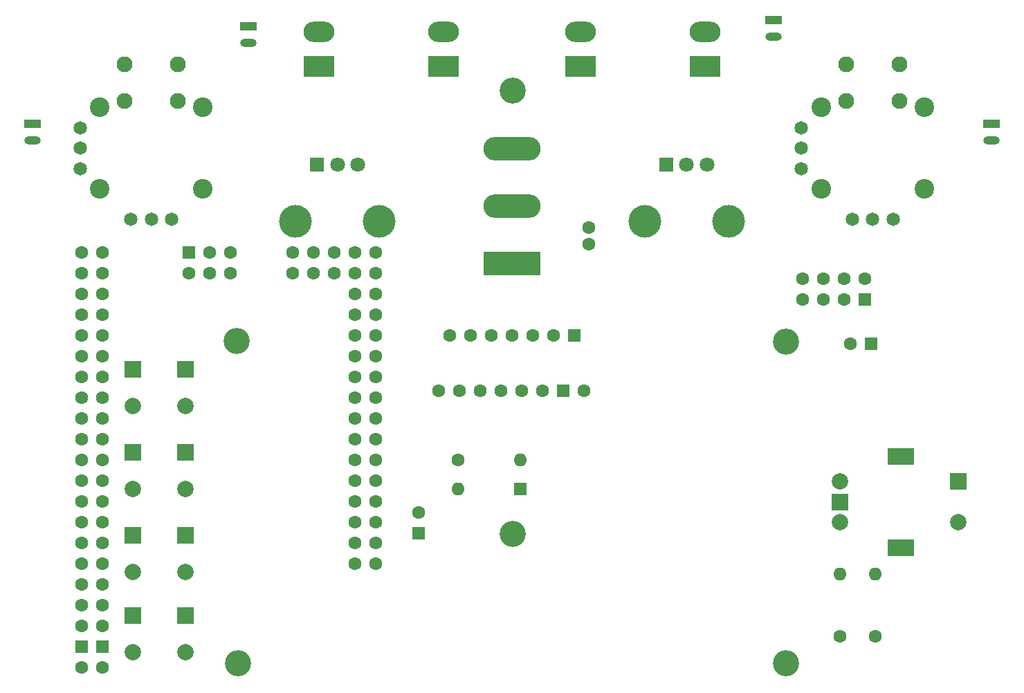
<source format=gbr>
%TF.GenerationSoftware,KiCad,Pcbnew,7.0.8*%
%TF.CreationDate,2025-02-10T02:43:01-05:00*%
%TF.ProjectId,RCTransmitterAecertRobotics,52435472-616e-4736-9d69-747465724165,V1.02*%
%TF.SameCoordinates,Original*%
%TF.FileFunction,Soldermask,Bot*%
%TF.FilePolarity,Negative*%
%FSLAX46Y46*%
G04 Gerber Fmt 4.6, Leading zero omitted, Abs format (unit mm)*
G04 Created by KiCad (PCBNEW 7.0.8) date 2025-02-10 02:43:01*
%MOMM*%
%LPD*%
G01*
G04 APERTURE LIST*
G04 Aperture macros list*
%AMRoundRect*
0 Rectangle with rounded corners*
0 $1 Rounding radius*
0 $2 $3 $4 $5 $6 $7 $8 $9 X,Y pos of 4 corners*
0 Add a 4 corners polygon primitive as box body*
4,1,4,$2,$3,$4,$5,$6,$7,$8,$9,$2,$3,0*
0 Add four circle primitives for the rounded corners*
1,1,$1+$1,$2,$3*
1,1,$1+$1,$4,$5*
1,1,$1+$1,$6,$7*
1,1,$1+$1,$8,$9*
0 Add four rect primitives between the rounded corners*
20,1,$1+$1,$2,$3,$4,$5,0*
20,1,$1+$1,$4,$5,$6,$7,0*
20,1,$1+$1,$6,$7,$8,$9,0*
20,1,$1+$1,$8,$9,$2,$3,0*%
G04 Aperture macros list end*
%ADD10R,3.800000X2.500000*%
%ADD11RoundRect,1.250000X0.650000X0.000000X-0.650000X0.000000X-0.650000X0.000000X0.650000X0.000000X0*%
%ADD12C,2.000000*%
%ADD13R,2.000000X2.000000*%
%ADD14R,3.200000X2.000000*%
%ADD15C,3.200000*%
%ADD16C,1.600000*%
%ADD17O,1.600000X1.600000*%
%ADD18R,2.000000X1.000000*%
%ADD19O,2.000000X1.000000*%
%ADD20R,7.000000X2.900000*%
%ADD21O,7.000000X2.900000*%
%ADD22C,4.000000*%
%ADD23R,1.800000X1.800000*%
%ADD24C,1.800000*%
%ADD25R,1.600000X1.600000*%
%ADD26C,1.650000*%
%ADD27C,1.950000*%
%ADD28C,2.400000*%
G04 APERTURE END LIST*
D10*
%TO.C,Toggle1*%
X117348000Y-66072000D03*
D11*
X117348000Y-61872000D03*
%TD*%
D12*
%TO.C,Rotary_Encoder1*%
X181080000Y-116920000D03*
X181080000Y-121920000D03*
D13*
X181080000Y-119420000D03*
D14*
X188580000Y-113820000D03*
X188580000Y-125020000D03*
D12*
X195580000Y-121920000D03*
D13*
X195580000Y-116920000D03*
%TD*%
D15*
%TO.C,H5*%
X107306032Y-99690751D03*
%TD*%
D16*
%TO.C,R4*%
X181102000Y-135890000D03*
D17*
X181102000Y-128270000D03*
%TD*%
D13*
%TO.C,Button3*%
X94540000Y-123480000D03*
X101040000Y-123480000D03*
D12*
X94540000Y-127980000D03*
X101040000Y-127980000D03*
%TD*%
D15*
%TO.C,H9*%
X141024288Y-69041240D03*
%TD*%
D10*
%TO.C,Toggle3*%
X149352000Y-66072000D03*
D11*
X149352000Y-61872000D03*
%TD*%
D18*
%TO.C,Bumper2*%
X82296000Y-73152000D03*
D19*
X82296000Y-75184000D03*
%TD*%
D15*
%TO.C,H7*%
X107445778Y-139162731D03*
%TD*%
D13*
%TO.C,Button4*%
X94540000Y-133300000D03*
X101040000Y-133300000D03*
D12*
X94540000Y-137800000D03*
X101040000Y-137800000D03*
%TD*%
D13*
%TO.C,Button2*%
X94540000Y-113320000D03*
X101040000Y-113320000D03*
D12*
X94540000Y-117820000D03*
X101040000Y-117820000D03*
%TD*%
D13*
%TO.C,Button1*%
X94540000Y-103160000D03*
X101040000Y-103160000D03*
D12*
X94540000Y-107660000D03*
X101040000Y-107660000D03*
%TD*%
D18*
%TO.C,Bumper1*%
X108712000Y-61214000D03*
D19*
X108712000Y-63246000D03*
%TD*%
D20*
%TO.C,PowerSwitch1*%
X140970000Y-90200000D03*
D21*
X140970000Y-83200000D03*
X140970000Y-76200000D03*
%TD*%
D15*
%TO.C,H6*%
X174493637Y-99822788D03*
%TD*%
D10*
%TO.C,Toggle4*%
X164592000Y-66072000D03*
D11*
X164592000Y-61872000D03*
%TD*%
D22*
%TO.C,Pot1*%
X124705737Y-85096874D03*
X114478111Y-85096874D03*
D23*
X117100000Y-78090000D03*
D24*
X119600000Y-78090000D03*
X122100000Y-78090000D03*
%TD*%
D18*
%TO.C,Bumper3*%
X172974000Y-60452000D03*
D19*
X172974000Y-62484000D03*
%TD*%
D10*
%TO.C,Toggle2*%
X132588000Y-66072000D03*
D11*
X132588000Y-61872000D03*
%TD*%
D22*
%TO.C,Pot2*%
X167432154Y-85092683D03*
X157253351Y-85092683D03*
D23*
X159840000Y-78090000D03*
D24*
X162340000Y-78090000D03*
X164840000Y-78090000D03*
%TD*%
D16*
%TO.C,R3*%
X185420000Y-135890000D03*
D17*
X185420000Y-128270000D03*
%TD*%
D16*
%TO.C,OLED_LCD_Display1*%
X133350000Y-99060000D03*
X135890000Y-99060000D03*
X138430000Y-99060000D03*
X140970000Y-99060000D03*
X143510000Y-99060000D03*
X146050000Y-99060000D03*
D25*
X148590000Y-99060000D03*
%TD*%
D15*
%TO.C,H10*%
X141018739Y-123314035D03*
%TD*%
%TO.C,H8*%
X174498151Y-139192604D03*
%TD*%
D26*
%TO.C,Joystick1*%
X94335000Y-84850000D03*
X96835000Y-84850000D03*
X99335000Y-84850000D03*
X88105000Y-73620000D03*
X88105000Y-76120000D03*
X88105000Y-78620000D03*
D27*
X100085000Y-70370000D03*
X93585000Y-70370000D03*
X100085000Y-65870000D03*
X93585000Y-65870000D03*
D28*
X90510000Y-81120000D03*
X103160000Y-81120000D03*
X103160000Y-71120000D03*
X90510000Y-71120000D03*
%TD*%
D18*
%TO.C,Bumper4*%
X199644000Y-73152000D03*
D19*
X199644000Y-75184000D03*
%TD*%
D26*
%TO.C,Joystick2*%
X182605000Y-84850000D03*
X185105000Y-84850000D03*
X187605000Y-84850000D03*
X176375000Y-73620000D03*
X176375000Y-76120000D03*
X176375000Y-78620000D03*
D27*
X188355000Y-70370000D03*
X181855000Y-70370000D03*
X188355000Y-65870000D03*
X181855000Y-65870000D03*
D28*
X178780000Y-81120000D03*
X191430000Y-81120000D03*
X191430000Y-71120000D03*
X178780000Y-71120000D03*
%TD*%
D16*
%TO.C,C2*%
X129540000Y-120714888D03*
D25*
X129540000Y-123214888D03*
%TD*%
D16*
%TO.C,Battery1*%
X150368000Y-85852000D03*
X150368000Y-87852000D03*
%TD*%
%TO.C,Gyroscope1*%
X149789454Y-105816523D03*
D25*
X147249454Y-105816523D03*
D16*
X144709454Y-105816523D03*
X142169454Y-105816523D03*
X139629454Y-105816523D03*
X137089454Y-105816523D03*
X134549454Y-105816523D03*
X132009454Y-105816523D03*
%TD*%
D25*
%TO.C,R2*%
X141986000Y-117856000D03*
D17*
X134366000Y-117856000D03*
%TD*%
D16*
%TO.C,Arduino_Mega_Pro1*%
X90805000Y-127000000D03*
X88265000Y-127000000D03*
X90805000Y-124460000D03*
X88265000Y-124460000D03*
X88265000Y-132080000D03*
X90805000Y-132080000D03*
X90805000Y-121920000D03*
X88265000Y-121920000D03*
X88265000Y-134620000D03*
X90805000Y-134620000D03*
X106480000Y-88900000D03*
X90805000Y-119380000D03*
X88265000Y-119380000D03*
X90805000Y-116840000D03*
X88265000Y-116840000D03*
X90805000Y-114300000D03*
X88265000Y-114300000D03*
X90805000Y-111760000D03*
X88265000Y-111760000D03*
X90805000Y-109220000D03*
X88265000Y-109220000D03*
X90805000Y-106680000D03*
X88265000Y-106680000D03*
X90805000Y-104140000D03*
X88265000Y-104140000D03*
X90805000Y-101600000D03*
X88265000Y-101600000D03*
X90805000Y-99060000D03*
X88265000Y-99060000D03*
X90805000Y-96520000D03*
X88265000Y-96520000D03*
X90805000Y-93980000D03*
X88265000Y-93980000D03*
X90805000Y-91440000D03*
X88265000Y-91440000D03*
X90805000Y-88900000D03*
X88265000Y-88900000D03*
X124260000Y-106680000D03*
X121720000Y-106680000D03*
X124260000Y-104140000D03*
X121720000Y-104140000D03*
X124260000Y-101600000D03*
X121720000Y-101600000D03*
X124260000Y-99060000D03*
X121720000Y-99060000D03*
X124260000Y-96520000D03*
X121720000Y-96520000D03*
X124260000Y-93980000D03*
X121720000Y-93980000D03*
X124260000Y-91440000D03*
X121720000Y-91440000D03*
X124260000Y-88900000D03*
X121720000Y-88900000D03*
X119180000Y-88900000D03*
X119180000Y-91440000D03*
X106480000Y-91440000D03*
X116640000Y-88900000D03*
X103940000Y-88900000D03*
X116640000Y-91440000D03*
X103940000Y-91440000D03*
X114100000Y-88900000D03*
X114100000Y-91440000D03*
X124260000Y-127000000D03*
X121720000Y-127000000D03*
X124260000Y-124460000D03*
X121720000Y-124460000D03*
X124260000Y-121920000D03*
X121720000Y-121920000D03*
X124260000Y-119380000D03*
X121720000Y-119380000D03*
X124260000Y-116840000D03*
X121720000Y-116840000D03*
X124260000Y-114300000D03*
X121720000Y-114300000D03*
X124260000Y-111760000D03*
X121720000Y-111760000D03*
X124260000Y-109220000D03*
X121720000Y-109220000D03*
X90805000Y-129540000D03*
D25*
X88265000Y-137160000D03*
X90805000Y-137160000D03*
X101400000Y-88900000D03*
D16*
X88265000Y-129540000D03*
X101400000Y-91440000D03*
X88265000Y-139700000D03*
X90805000Y-139700000D03*
%TD*%
%TO.C,C1*%
X182372000Y-100076000D03*
D25*
X184872000Y-100076000D03*
%TD*%
D16*
%TO.C,NRF24L01+PA+LNA1*%
X184150000Y-92075000D03*
X181610000Y-92075000D03*
X179070000Y-92075000D03*
X176530000Y-92075000D03*
X176530000Y-94615000D03*
X179070000Y-94615000D03*
X181610000Y-94615000D03*
D25*
X184150000Y-94615000D03*
%TD*%
D16*
%TO.C,R1*%
X134366000Y-114300000D03*
D17*
X141986000Y-114300000D03*
%TD*%
M02*

</source>
